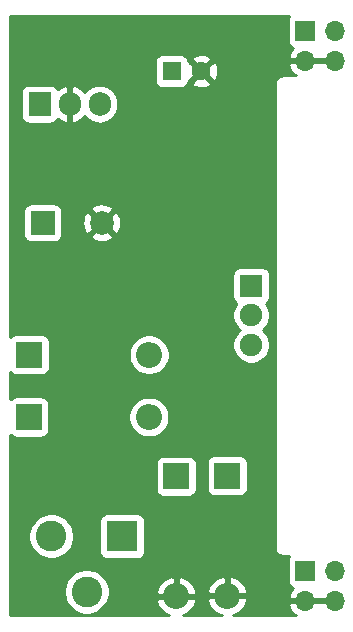
<source format=gbl>
%TF.GenerationSoftware,KiCad,Pcbnew,(5.1.10-1-10_14)*%
%TF.CreationDate,2021-10-22T00:21:01+02:00*%
%TF.ProjectId,breadboard-psu,62726561-6462-46f6-9172-642d7073752e,a*%
%TF.SameCoordinates,Original*%
%TF.FileFunction,Copper,L2,Bot*%
%TF.FilePolarity,Positive*%
%FSLAX46Y46*%
G04 Gerber Fmt 4.6, Leading zero omitted, Abs format (unit mm)*
G04 Created by KiCad (PCBNEW (5.1.10-1-10_14)) date 2021-10-22 00:21:01*
%MOMM*%
%LPD*%
G01*
G04 APERTURE LIST*
%TA.AperFunction,ComponentPad*%
%ADD10C,1.900000*%
%TD*%
%TA.AperFunction,ComponentPad*%
%ADD11R,1.900000X1.900000*%
%TD*%
%TA.AperFunction,ComponentPad*%
%ADD12R,2.000000X2.000000*%
%TD*%
%TA.AperFunction,ComponentPad*%
%ADD13C,2.000000*%
%TD*%
%TA.AperFunction,ComponentPad*%
%ADD14R,1.600000X1.600000*%
%TD*%
%TA.AperFunction,ComponentPad*%
%ADD15C,1.600000*%
%TD*%
%TA.AperFunction,ComponentPad*%
%ADD16R,2.200000X2.200000*%
%TD*%
%TA.AperFunction,ComponentPad*%
%ADD17O,2.200000X2.200000*%
%TD*%
%TA.AperFunction,ComponentPad*%
%ADD18R,2.600000X2.600000*%
%TD*%
%TA.AperFunction,ComponentPad*%
%ADD19C,2.600000*%
%TD*%
%TA.AperFunction,ComponentPad*%
%ADD20R,1.700000X1.700000*%
%TD*%
%TA.AperFunction,ComponentPad*%
%ADD21O,1.700000X1.700000*%
%TD*%
%TA.AperFunction,ComponentPad*%
%ADD22R,1.905000X2.000000*%
%TD*%
%TA.AperFunction,ComponentPad*%
%ADD23O,1.905000X2.000000*%
%TD*%
%TA.AperFunction,Conductor*%
%ADD24C,0.254000*%
%TD*%
%TA.AperFunction,Conductor*%
%ADD25C,0.100000*%
%TD*%
G04 APERTURE END LIST*
D10*
%TO.P,SW1,3*%
%TO.N,/VCC*%
X109982000Y-91995000D03*
%TO.P,SW1,2*%
%TO.N,/VOUT*%
X109982000Y-89495000D03*
D11*
%TO.P,SW1,1*%
%TO.N,Net-(SW1-Pad1)*%
X109982000Y-86995000D03*
%TD*%
D12*
%TO.P,C1,1*%
%TO.N,/VIN*%
X92329000Y-81661000D03*
D13*
%TO.P,C1,2*%
%TO.N,/GND*%
X97329000Y-81661000D03*
%TD*%
D14*
%TO.P,C2,1*%
%TO.N,/VOUT*%
X103251000Y-68834000D03*
D15*
%TO.P,C2,2*%
%TO.N,/GND*%
X105751000Y-68834000D03*
%TD*%
D16*
%TO.P,D1,1*%
%TO.N,/VIN*%
X91186000Y-92837000D03*
D17*
%TO.P,D1,2*%
%TO.N,/IN+*%
X101346000Y-92837000D03*
%TD*%
D16*
%TO.P,D2,1*%
%TO.N,/IN+*%
X107950000Y-103079001D03*
D17*
%TO.P,D2,2*%
%TO.N,/GND*%
X107950000Y-113239001D03*
%TD*%
%TO.P,D3,2*%
%TO.N,/IN-*%
X101324001Y-98109001D03*
D16*
%TO.P,D3,1*%
%TO.N,/VIN*%
X91164001Y-98109001D03*
%TD*%
D17*
%TO.P,D4,2*%
%TO.N,/GND*%
X103632000Y-113284000D03*
D16*
%TO.P,D4,1*%
%TO.N,/IN-*%
X103632000Y-103124000D03*
%TD*%
D18*
%TO.P,J1,1*%
%TO.N,/IN+*%
X99060000Y-108204000D03*
D19*
%TO.P,J1,2*%
%TO.N,/IN-*%
X93060000Y-108204000D03*
%TO.P,J1,3*%
%TO.N,Net-(J1-Pad3)*%
X96060000Y-112904000D03*
%TD*%
D20*
%TO.P,J2,1*%
%TO.N,/VCC*%
X114554000Y-111125000D03*
D21*
%TO.P,J2,2*%
X117094000Y-111125000D03*
%TO.P,J2,3*%
%TO.N,/GND*%
X114554000Y-113665000D03*
%TO.P,J2,4*%
X117094000Y-113665000D03*
%TD*%
%TO.P,J3,4*%
%TO.N,/GND*%
X117094000Y-67945000D03*
%TO.P,J3,3*%
X114554000Y-67945000D03*
%TO.P,J3,2*%
%TO.N,/VCC*%
X117094000Y-65405000D03*
D20*
%TO.P,J3,1*%
X114554000Y-65405000D03*
%TD*%
D22*
%TO.P,U1,1*%
%TO.N,/VIN*%
X92075000Y-71628000D03*
D23*
%TO.P,U1,2*%
%TO.N,/GND*%
X94615000Y-71628000D03*
%TO.P,U1,3*%
%TO.N,/VOUT*%
X97155000Y-71628000D03*
%TD*%
D24*
%TO.N,/GND*%
X113173463Y-64200506D02*
X113114498Y-64310820D01*
X113078188Y-64430518D01*
X113065928Y-64555000D01*
X113065928Y-66255000D01*
X113078188Y-66379482D01*
X113114498Y-66499180D01*
X113173463Y-66609494D01*
X113252815Y-66706185D01*
X113349506Y-66785537D01*
X113459820Y-66844502D01*
X113540466Y-66868966D01*
X113456412Y-66944731D01*
X113282359Y-67178080D01*
X113157175Y-67440901D01*
X113112524Y-67588110D01*
X113233845Y-67818000D01*
X114427000Y-67818000D01*
X114427000Y-67798000D01*
X114681000Y-67798000D01*
X114681000Y-67818000D01*
X116967000Y-67818000D01*
X116967000Y-67798000D01*
X117221000Y-67798000D01*
X117221000Y-67818000D01*
X117241000Y-67818000D01*
X117241000Y-68072000D01*
X117221000Y-68072000D01*
X117221000Y-68092000D01*
X116967000Y-68092000D01*
X116967000Y-68072000D01*
X114681000Y-68072000D01*
X114681000Y-68092000D01*
X114427000Y-68092000D01*
X114427000Y-68072000D01*
X113233845Y-68072000D01*
X113112524Y-68301890D01*
X113157175Y-68449099D01*
X113282359Y-68711920D01*
X113456412Y-68945269D01*
X113672645Y-69140178D01*
X113756285Y-69190000D01*
X112681419Y-69190000D01*
X112649000Y-69186807D01*
X112616581Y-69190000D01*
X112519617Y-69199550D01*
X112395207Y-69237290D01*
X112280550Y-69298575D01*
X112180052Y-69381052D01*
X112097575Y-69481550D01*
X112036290Y-69596207D01*
X111998550Y-69720617D01*
X111985807Y-69850000D01*
X111989001Y-69882429D01*
X111989000Y-109187581D01*
X111985807Y-109220000D01*
X111998550Y-109349383D01*
X112036290Y-109473793D01*
X112097575Y-109588450D01*
X112147422Y-109649188D01*
X112180052Y-109688948D01*
X112280550Y-109771425D01*
X112395207Y-109832710D01*
X112519617Y-109870450D01*
X112649000Y-109883193D01*
X112681419Y-109880000D01*
X113206705Y-109880000D01*
X113173463Y-109920506D01*
X113114498Y-110030820D01*
X113078188Y-110150518D01*
X113065928Y-110275000D01*
X113065928Y-111975000D01*
X113078188Y-112099482D01*
X113114498Y-112219180D01*
X113173463Y-112329494D01*
X113252815Y-112426185D01*
X113349506Y-112505537D01*
X113459820Y-112564502D01*
X113540466Y-112588966D01*
X113456412Y-112664731D01*
X113282359Y-112898080D01*
X113157175Y-113160901D01*
X113112524Y-113308110D01*
X113233845Y-113538000D01*
X114427000Y-113538000D01*
X114427000Y-113518000D01*
X114681000Y-113518000D01*
X114681000Y-113538000D01*
X116967000Y-113538000D01*
X116967000Y-113518000D01*
X117221000Y-113518000D01*
X117221000Y-113538000D01*
X117241000Y-113538000D01*
X117241000Y-113792000D01*
X117221000Y-113792000D01*
X117221000Y-113812000D01*
X116967000Y-113812000D01*
X116967000Y-113792000D01*
X114681000Y-113792000D01*
X114681000Y-113812000D01*
X114427000Y-113812000D01*
X114427000Y-113792000D01*
X113233845Y-113792000D01*
X113112524Y-114021890D01*
X113157175Y-114169099D01*
X113282359Y-114431920D01*
X113456412Y-114665269D01*
X113672645Y-114860178D01*
X113756285Y-114910000D01*
X108406044Y-114910000D01*
X108559094Y-114863576D01*
X108864329Y-114713532D01*
X109134427Y-114506823D01*
X109359008Y-114251392D01*
X109529442Y-113957055D01*
X109639179Y-113635124D01*
X109521600Y-113366001D01*
X108077000Y-113366001D01*
X108077000Y-113386001D01*
X107823000Y-113386001D01*
X107823000Y-113366001D01*
X106378400Y-113366001D01*
X106260821Y-113635124D01*
X106370558Y-113957055D01*
X106540992Y-114251392D01*
X106765573Y-114506823D01*
X107035671Y-114713532D01*
X107340906Y-114863576D01*
X107493956Y-114910000D01*
X104236396Y-114910000D01*
X104241094Y-114908575D01*
X104546329Y-114758531D01*
X104816427Y-114551822D01*
X105041008Y-114296391D01*
X105211442Y-114002054D01*
X105321179Y-113680123D01*
X105203600Y-113411000D01*
X103759000Y-113411000D01*
X103759000Y-113431000D01*
X103505000Y-113431000D01*
X103505000Y-113411000D01*
X102060400Y-113411000D01*
X101942821Y-113680123D01*
X102052558Y-114002054D01*
X102222992Y-114296391D01*
X102447573Y-114551822D01*
X102717671Y-114758531D01*
X103022906Y-114908575D01*
X103027604Y-114910000D01*
X89560000Y-114910000D01*
X89560000Y-112713419D01*
X94125000Y-112713419D01*
X94125000Y-113094581D01*
X94199361Y-113468419D01*
X94345225Y-113820566D01*
X94556987Y-114137491D01*
X94826509Y-114407013D01*
X95143434Y-114618775D01*
X95495581Y-114764639D01*
X95869419Y-114839000D01*
X96250581Y-114839000D01*
X96624419Y-114764639D01*
X96976566Y-114618775D01*
X97293491Y-114407013D01*
X97563013Y-114137491D01*
X97774775Y-113820566D01*
X97920639Y-113468419D01*
X97995000Y-113094581D01*
X97995000Y-112887877D01*
X101942821Y-112887877D01*
X102060400Y-113157000D01*
X103505000Y-113157000D01*
X103505000Y-111712875D01*
X103759000Y-111712875D01*
X103759000Y-113157000D01*
X105203600Y-113157000D01*
X105321179Y-112887877D01*
X105305841Y-112842878D01*
X106260821Y-112842878D01*
X106378400Y-113112001D01*
X107823000Y-113112001D01*
X107823000Y-111667876D01*
X108077000Y-111667876D01*
X108077000Y-113112001D01*
X109521600Y-113112001D01*
X109639179Y-112842878D01*
X109529442Y-112520947D01*
X109359008Y-112226610D01*
X109134427Y-111971179D01*
X108864329Y-111764470D01*
X108559094Y-111614426D01*
X108346122Y-111549826D01*
X108077000Y-111667876D01*
X107823000Y-111667876D01*
X107553878Y-111549826D01*
X107340906Y-111614426D01*
X107035671Y-111764470D01*
X106765573Y-111971179D01*
X106540992Y-112226610D01*
X106370558Y-112520947D01*
X106260821Y-112842878D01*
X105305841Y-112842878D01*
X105211442Y-112565946D01*
X105041008Y-112271609D01*
X104816427Y-112016178D01*
X104546329Y-111809469D01*
X104241094Y-111659425D01*
X104028122Y-111594825D01*
X103759000Y-111712875D01*
X103505000Y-111712875D01*
X103235878Y-111594825D01*
X103022906Y-111659425D01*
X102717671Y-111809469D01*
X102447573Y-112016178D01*
X102222992Y-112271609D01*
X102052558Y-112565946D01*
X101942821Y-112887877D01*
X97995000Y-112887877D01*
X97995000Y-112713419D01*
X97920639Y-112339581D01*
X97774775Y-111987434D01*
X97563013Y-111670509D01*
X97293491Y-111400987D01*
X96976566Y-111189225D01*
X96624419Y-111043361D01*
X96250581Y-110969000D01*
X95869419Y-110969000D01*
X95495581Y-111043361D01*
X95143434Y-111189225D01*
X94826509Y-111400987D01*
X94556987Y-111670509D01*
X94345225Y-111987434D01*
X94199361Y-112339581D01*
X94125000Y-112713419D01*
X89560000Y-112713419D01*
X89560000Y-108013419D01*
X91125000Y-108013419D01*
X91125000Y-108394581D01*
X91199361Y-108768419D01*
X91345225Y-109120566D01*
X91556987Y-109437491D01*
X91826509Y-109707013D01*
X92143434Y-109918775D01*
X92495581Y-110064639D01*
X92869419Y-110139000D01*
X93250581Y-110139000D01*
X93624419Y-110064639D01*
X93976566Y-109918775D01*
X94293491Y-109707013D01*
X94563013Y-109437491D01*
X94774775Y-109120566D01*
X94920639Y-108768419D01*
X94995000Y-108394581D01*
X94995000Y-108013419D01*
X94920639Y-107639581D01*
X94774775Y-107287434D01*
X94563013Y-106970509D01*
X94496504Y-106904000D01*
X97121928Y-106904000D01*
X97121928Y-109504000D01*
X97134188Y-109628482D01*
X97170498Y-109748180D01*
X97229463Y-109858494D01*
X97308815Y-109955185D01*
X97405506Y-110034537D01*
X97515820Y-110093502D01*
X97635518Y-110129812D01*
X97760000Y-110142072D01*
X100360000Y-110142072D01*
X100484482Y-110129812D01*
X100604180Y-110093502D01*
X100714494Y-110034537D01*
X100811185Y-109955185D01*
X100890537Y-109858494D01*
X100949502Y-109748180D01*
X100985812Y-109628482D01*
X100998072Y-109504000D01*
X100998072Y-106904000D01*
X100985812Y-106779518D01*
X100949502Y-106659820D01*
X100890537Y-106549506D01*
X100811185Y-106452815D01*
X100714494Y-106373463D01*
X100604180Y-106314498D01*
X100484482Y-106278188D01*
X100360000Y-106265928D01*
X97760000Y-106265928D01*
X97635518Y-106278188D01*
X97515820Y-106314498D01*
X97405506Y-106373463D01*
X97308815Y-106452815D01*
X97229463Y-106549506D01*
X97170498Y-106659820D01*
X97134188Y-106779518D01*
X97121928Y-106904000D01*
X94496504Y-106904000D01*
X94293491Y-106700987D01*
X93976566Y-106489225D01*
X93624419Y-106343361D01*
X93250581Y-106269000D01*
X92869419Y-106269000D01*
X92495581Y-106343361D01*
X92143434Y-106489225D01*
X91826509Y-106700987D01*
X91556987Y-106970509D01*
X91345225Y-107287434D01*
X91199361Y-107639581D01*
X91125000Y-108013419D01*
X89560000Y-108013419D01*
X89560000Y-102024000D01*
X101893928Y-102024000D01*
X101893928Y-104224000D01*
X101906188Y-104348482D01*
X101942498Y-104468180D01*
X102001463Y-104578494D01*
X102080815Y-104675185D01*
X102177506Y-104754537D01*
X102287820Y-104813502D01*
X102407518Y-104849812D01*
X102532000Y-104862072D01*
X104732000Y-104862072D01*
X104856482Y-104849812D01*
X104976180Y-104813502D01*
X105086494Y-104754537D01*
X105183185Y-104675185D01*
X105262537Y-104578494D01*
X105321502Y-104468180D01*
X105357812Y-104348482D01*
X105370072Y-104224000D01*
X105370072Y-102024000D01*
X105365641Y-101979001D01*
X106211928Y-101979001D01*
X106211928Y-104179001D01*
X106224188Y-104303483D01*
X106260498Y-104423181D01*
X106319463Y-104533495D01*
X106398815Y-104630186D01*
X106495506Y-104709538D01*
X106605820Y-104768503D01*
X106725518Y-104804813D01*
X106850000Y-104817073D01*
X109050000Y-104817073D01*
X109174482Y-104804813D01*
X109294180Y-104768503D01*
X109404494Y-104709538D01*
X109501185Y-104630186D01*
X109580537Y-104533495D01*
X109639502Y-104423181D01*
X109675812Y-104303483D01*
X109688072Y-104179001D01*
X109688072Y-101979001D01*
X109675812Y-101854519D01*
X109639502Y-101734821D01*
X109580537Y-101624507D01*
X109501185Y-101527816D01*
X109404494Y-101448464D01*
X109294180Y-101389499D01*
X109174482Y-101353189D01*
X109050000Y-101340929D01*
X106850000Y-101340929D01*
X106725518Y-101353189D01*
X106605820Y-101389499D01*
X106495506Y-101448464D01*
X106398815Y-101527816D01*
X106319463Y-101624507D01*
X106260498Y-101734821D01*
X106224188Y-101854519D01*
X106211928Y-101979001D01*
X105365641Y-101979001D01*
X105357812Y-101899518D01*
X105321502Y-101779820D01*
X105262537Y-101669506D01*
X105183185Y-101572815D01*
X105086494Y-101493463D01*
X104976180Y-101434498D01*
X104856482Y-101398188D01*
X104732000Y-101385928D01*
X102532000Y-101385928D01*
X102407518Y-101398188D01*
X102287820Y-101434498D01*
X102177506Y-101493463D01*
X102080815Y-101572815D01*
X102001463Y-101669506D01*
X101942498Y-101779820D01*
X101906188Y-101899518D01*
X101893928Y-102024000D01*
X89560000Y-102024000D01*
X89560000Y-99595829D01*
X89612816Y-99660186D01*
X89709507Y-99739538D01*
X89819821Y-99798503D01*
X89939519Y-99834813D01*
X90064001Y-99847073D01*
X92264001Y-99847073D01*
X92388483Y-99834813D01*
X92508181Y-99798503D01*
X92618495Y-99739538D01*
X92715186Y-99660186D01*
X92794538Y-99563495D01*
X92853503Y-99453181D01*
X92889813Y-99333483D01*
X92902073Y-99209001D01*
X92902073Y-97938118D01*
X99589001Y-97938118D01*
X99589001Y-98279884D01*
X99655676Y-98615082D01*
X99786464Y-98930832D01*
X99976338Y-99214999D01*
X100218003Y-99456664D01*
X100502170Y-99646538D01*
X100817920Y-99777326D01*
X101153118Y-99844001D01*
X101494884Y-99844001D01*
X101830082Y-99777326D01*
X102145832Y-99646538D01*
X102429999Y-99456664D01*
X102671664Y-99214999D01*
X102861538Y-98930832D01*
X102992326Y-98615082D01*
X103059001Y-98279884D01*
X103059001Y-97938118D01*
X102992326Y-97602920D01*
X102861538Y-97287170D01*
X102671664Y-97003003D01*
X102429999Y-96761338D01*
X102145832Y-96571464D01*
X101830082Y-96440676D01*
X101494884Y-96374001D01*
X101153118Y-96374001D01*
X100817920Y-96440676D01*
X100502170Y-96571464D01*
X100218003Y-96761338D01*
X99976338Y-97003003D01*
X99786464Y-97287170D01*
X99655676Y-97602920D01*
X99589001Y-97938118D01*
X92902073Y-97938118D01*
X92902073Y-97009001D01*
X92889813Y-96884519D01*
X92853503Y-96764821D01*
X92794538Y-96654507D01*
X92715186Y-96557816D01*
X92618495Y-96478464D01*
X92508181Y-96419499D01*
X92388483Y-96383189D01*
X92264001Y-96370929D01*
X90064001Y-96370929D01*
X89939519Y-96383189D01*
X89819821Y-96419499D01*
X89709507Y-96478464D01*
X89612816Y-96557816D01*
X89560000Y-96622173D01*
X89560000Y-94297022D01*
X89634815Y-94388185D01*
X89731506Y-94467537D01*
X89841820Y-94526502D01*
X89961518Y-94562812D01*
X90086000Y-94575072D01*
X92286000Y-94575072D01*
X92410482Y-94562812D01*
X92530180Y-94526502D01*
X92640494Y-94467537D01*
X92737185Y-94388185D01*
X92816537Y-94291494D01*
X92875502Y-94181180D01*
X92911812Y-94061482D01*
X92924072Y-93937000D01*
X92924072Y-92666117D01*
X99611000Y-92666117D01*
X99611000Y-93007883D01*
X99677675Y-93343081D01*
X99808463Y-93658831D01*
X99998337Y-93942998D01*
X100240002Y-94184663D01*
X100524169Y-94374537D01*
X100839919Y-94505325D01*
X101175117Y-94572000D01*
X101516883Y-94572000D01*
X101852081Y-94505325D01*
X102167831Y-94374537D01*
X102451998Y-94184663D01*
X102693663Y-93942998D01*
X102883537Y-93658831D01*
X103014325Y-93343081D01*
X103081000Y-93007883D01*
X103081000Y-92666117D01*
X103014325Y-92330919D01*
X102883537Y-92015169D01*
X102693663Y-91731002D01*
X102451998Y-91489337D01*
X102167831Y-91299463D01*
X101852081Y-91168675D01*
X101516883Y-91102000D01*
X101175117Y-91102000D01*
X100839919Y-91168675D01*
X100524169Y-91299463D01*
X100240002Y-91489337D01*
X99998337Y-91731002D01*
X99808463Y-92015169D01*
X99677675Y-92330919D01*
X99611000Y-92666117D01*
X92924072Y-92666117D01*
X92924072Y-91737000D01*
X92911812Y-91612518D01*
X92875502Y-91492820D01*
X92816537Y-91382506D01*
X92737185Y-91285815D01*
X92640494Y-91206463D01*
X92530180Y-91147498D01*
X92410482Y-91111188D01*
X92286000Y-91098928D01*
X90086000Y-91098928D01*
X89961518Y-91111188D01*
X89841820Y-91147498D01*
X89731506Y-91206463D01*
X89634815Y-91285815D01*
X89560000Y-91376978D01*
X89560000Y-86045000D01*
X108393928Y-86045000D01*
X108393928Y-87945000D01*
X108406188Y-88069482D01*
X108442498Y-88189180D01*
X108501463Y-88299494D01*
X108580815Y-88396185D01*
X108677506Y-88475537D01*
X108736021Y-88506814D01*
X108577391Y-88744221D01*
X108457911Y-89032673D01*
X108397000Y-89338891D01*
X108397000Y-89651109D01*
X108457911Y-89957327D01*
X108577391Y-90245779D01*
X108750850Y-90505379D01*
X108971621Y-90726150D01*
X108999832Y-90745000D01*
X108971621Y-90763850D01*
X108750850Y-90984621D01*
X108577391Y-91244221D01*
X108457911Y-91532673D01*
X108397000Y-91838891D01*
X108397000Y-92151109D01*
X108457911Y-92457327D01*
X108577391Y-92745779D01*
X108750850Y-93005379D01*
X108971621Y-93226150D01*
X109231221Y-93399609D01*
X109519673Y-93519089D01*
X109825891Y-93580000D01*
X110138109Y-93580000D01*
X110444327Y-93519089D01*
X110732779Y-93399609D01*
X110992379Y-93226150D01*
X111213150Y-93005379D01*
X111386609Y-92745779D01*
X111506089Y-92457327D01*
X111567000Y-92151109D01*
X111567000Y-91838891D01*
X111506089Y-91532673D01*
X111386609Y-91244221D01*
X111213150Y-90984621D01*
X110992379Y-90763850D01*
X110964168Y-90745000D01*
X110992379Y-90726150D01*
X111213150Y-90505379D01*
X111386609Y-90245779D01*
X111506089Y-89957327D01*
X111567000Y-89651109D01*
X111567000Y-89338891D01*
X111506089Y-89032673D01*
X111386609Y-88744221D01*
X111227979Y-88506814D01*
X111286494Y-88475537D01*
X111383185Y-88396185D01*
X111462537Y-88299494D01*
X111521502Y-88189180D01*
X111557812Y-88069482D01*
X111570072Y-87945000D01*
X111570072Y-86045000D01*
X111557812Y-85920518D01*
X111521502Y-85800820D01*
X111462537Y-85690506D01*
X111383185Y-85593815D01*
X111286494Y-85514463D01*
X111176180Y-85455498D01*
X111056482Y-85419188D01*
X110932000Y-85406928D01*
X109032000Y-85406928D01*
X108907518Y-85419188D01*
X108787820Y-85455498D01*
X108677506Y-85514463D01*
X108580815Y-85593815D01*
X108501463Y-85690506D01*
X108442498Y-85800820D01*
X108406188Y-85920518D01*
X108393928Y-86045000D01*
X89560000Y-86045000D01*
X89560000Y-80661000D01*
X90690928Y-80661000D01*
X90690928Y-82661000D01*
X90703188Y-82785482D01*
X90739498Y-82905180D01*
X90798463Y-83015494D01*
X90877815Y-83112185D01*
X90974506Y-83191537D01*
X91084820Y-83250502D01*
X91204518Y-83286812D01*
X91329000Y-83299072D01*
X93329000Y-83299072D01*
X93453482Y-83286812D01*
X93573180Y-83250502D01*
X93683494Y-83191537D01*
X93780185Y-83112185D01*
X93859537Y-83015494D01*
X93918502Y-82905180D01*
X93951496Y-82796413D01*
X96373192Y-82796413D01*
X96468956Y-83060814D01*
X96758571Y-83201704D01*
X97070108Y-83283384D01*
X97391595Y-83302718D01*
X97710675Y-83258961D01*
X98015088Y-83153795D01*
X98189044Y-83060814D01*
X98284808Y-82796413D01*
X97329000Y-81840605D01*
X96373192Y-82796413D01*
X93951496Y-82796413D01*
X93954812Y-82785482D01*
X93967072Y-82661000D01*
X93967072Y-81723595D01*
X95687282Y-81723595D01*
X95731039Y-82042675D01*
X95836205Y-82347088D01*
X95929186Y-82521044D01*
X96193587Y-82616808D01*
X97149395Y-81661000D01*
X97508605Y-81661000D01*
X98464413Y-82616808D01*
X98728814Y-82521044D01*
X98869704Y-82231429D01*
X98951384Y-81919892D01*
X98970718Y-81598405D01*
X98926961Y-81279325D01*
X98821795Y-80974912D01*
X98728814Y-80800956D01*
X98464413Y-80705192D01*
X97508605Y-81661000D01*
X97149395Y-81661000D01*
X96193587Y-80705192D01*
X95929186Y-80800956D01*
X95788296Y-81090571D01*
X95706616Y-81402108D01*
X95687282Y-81723595D01*
X93967072Y-81723595D01*
X93967072Y-80661000D01*
X93954812Y-80536518D01*
X93951497Y-80525587D01*
X96373192Y-80525587D01*
X97329000Y-81481395D01*
X98284808Y-80525587D01*
X98189044Y-80261186D01*
X97899429Y-80120296D01*
X97587892Y-80038616D01*
X97266405Y-80019282D01*
X96947325Y-80063039D01*
X96642912Y-80168205D01*
X96468956Y-80261186D01*
X96373192Y-80525587D01*
X93951497Y-80525587D01*
X93918502Y-80416820D01*
X93859537Y-80306506D01*
X93780185Y-80209815D01*
X93683494Y-80130463D01*
X93573180Y-80071498D01*
X93453482Y-80035188D01*
X93329000Y-80022928D01*
X91329000Y-80022928D01*
X91204518Y-80035188D01*
X91084820Y-80071498D01*
X90974506Y-80130463D01*
X90877815Y-80209815D01*
X90798463Y-80306506D01*
X90739498Y-80416820D01*
X90703188Y-80536518D01*
X90690928Y-80661000D01*
X89560000Y-80661000D01*
X89560000Y-70628000D01*
X90484428Y-70628000D01*
X90484428Y-72628000D01*
X90496688Y-72752482D01*
X90532998Y-72872180D01*
X90591963Y-72982494D01*
X90671315Y-73079185D01*
X90768006Y-73158537D01*
X90878320Y-73217502D01*
X90998018Y-73253812D01*
X91122500Y-73266072D01*
X93027500Y-73266072D01*
X93151982Y-73253812D01*
X93271680Y-73217502D01*
X93381994Y-73158537D01*
X93478685Y-73079185D01*
X93558037Y-72982494D01*
X93607059Y-72890781D01*
X93748077Y-73003969D01*
X94023906Y-73147571D01*
X94242020Y-73218563D01*
X94488000Y-73098594D01*
X94488000Y-71755000D01*
X94468000Y-71755000D01*
X94468000Y-71501000D01*
X94488000Y-71501000D01*
X94488000Y-70157406D01*
X94742000Y-70157406D01*
X94742000Y-71501000D01*
X94762000Y-71501000D01*
X94762000Y-71755000D01*
X94742000Y-71755000D01*
X94742000Y-73098594D01*
X94987980Y-73218563D01*
X95206094Y-73147571D01*
X95481923Y-73003969D01*
X95724437Y-72809315D01*
X95879837Y-72624101D01*
X96027037Y-72803463D01*
X96268766Y-73001845D01*
X96544552Y-73149255D01*
X96843797Y-73240030D01*
X97155000Y-73270681D01*
X97466204Y-73240030D01*
X97765449Y-73149255D01*
X98041235Y-73001845D01*
X98282963Y-72803463D01*
X98481345Y-72561734D01*
X98628755Y-72285948D01*
X98719530Y-71986703D01*
X98742500Y-71753485D01*
X98742500Y-71502514D01*
X98719530Y-71269296D01*
X98628755Y-70970051D01*
X98481345Y-70694265D01*
X98282963Y-70452537D01*
X98041234Y-70254155D01*
X97765448Y-70106745D01*
X97466203Y-70015970D01*
X97155000Y-69985319D01*
X96843796Y-70015970D01*
X96544551Y-70106745D01*
X96268765Y-70254155D01*
X96027037Y-70452537D01*
X95879838Y-70631900D01*
X95724437Y-70446685D01*
X95481923Y-70252031D01*
X95206094Y-70108429D01*
X94987980Y-70037437D01*
X94742000Y-70157406D01*
X94488000Y-70157406D01*
X94242020Y-70037437D01*
X94023906Y-70108429D01*
X93748077Y-70252031D01*
X93607059Y-70365219D01*
X93558037Y-70273506D01*
X93478685Y-70176815D01*
X93381994Y-70097463D01*
X93271680Y-70038498D01*
X93151982Y-70002188D01*
X93027500Y-69989928D01*
X91122500Y-69989928D01*
X90998018Y-70002188D01*
X90878320Y-70038498D01*
X90768006Y-70097463D01*
X90671315Y-70176815D01*
X90591963Y-70273506D01*
X90532998Y-70383820D01*
X90496688Y-70503518D01*
X90484428Y-70628000D01*
X89560000Y-70628000D01*
X89560000Y-68034000D01*
X101812928Y-68034000D01*
X101812928Y-69634000D01*
X101825188Y-69758482D01*
X101861498Y-69878180D01*
X101920463Y-69988494D01*
X101999815Y-70085185D01*
X102096506Y-70164537D01*
X102206820Y-70223502D01*
X102326518Y-70259812D01*
X102451000Y-70272072D01*
X104051000Y-70272072D01*
X104175482Y-70259812D01*
X104295180Y-70223502D01*
X104405494Y-70164537D01*
X104502185Y-70085185D01*
X104581537Y-69988494D01*
X104640502Y-69878180D01*
X104656117Y-69826702D01*
X104937903Y-69826702D01*
X105009486Y-70070671D01*
X105264996Y-70191571D01*
X105539184Y-70260300D01*
X105821512Y-70274217D01*
X106101130Y-70232787D01*
X106367292Y-70137603D01*
X106492514Y-70070671D01*
X106564097Y-69826702D01*
X105751000Y-69013605D01*
X104937903Y-69826702D01*
X104656117Y-69826702D01*
X104676812Y-69758482D01*
X104689072Y-69634000D01*
X104689072Y-69626785D01*
X104758298Y-69647097D01*
X105571395Y-68834000D01*
X105930605Y-68834000D01*
X106743702Y-69647097D01*
X106987671Y-69575514D01*
X107108571Y-69320004D01*
X107177300Y-69045816D01*
X107191217Y-68763488D01*
X107149787Y-68483870D01*
X107054603Y-68217708D01*
X106987671Y-68092486D01*
X106743702Y-68020903D01*
X105930605Y-68834000D01*
X105571395Y-68834000D01*
X104758298Y-68020903D01*
X104689072Y-68041215D01*
X104689072Y-68034000D01*
X104676812Y-67909518D01*
X104656118Y-67841298D01*
X104937903Y-67841298D01*
X105751000Y-68654395D01*
X106564097Y-67841298D01*
X106492514Y-67597329D01*
X106237004Y-67476429D01*
X105962816Y-67407700D01*
X105680488Y-67393783D01*
X105400870Y-67435213D01*
X105134708Y-67530397D01*
X105009486Y-67597329D01*
X104937903Y-67841298D01*
X104656118Y-67841298D01*
X104640502Y-67789820D01*
X104581537Y-67679506D01*
X104502185Y-67582815D01*
X104405494Y-67503463D01*
X104295180Y-67444498D01*
X104175482Y-67408188D01*
X104051000Y-67395928D01*
X102451000Y-67395928D01*
X102326518Y-67408188D01*
X102206820Y-67444498D01*
X102096506Y-67503463D01*
X101999815Y-67582815D01*
X101920463Y-67679506D01*
X101861498Y-67789820D01*
X101825188Y-67909518D01*
X101812928Y-68034000D01*
X89560000Y-68034000D01*
X89560000Y-64160000D01*
X113206705Y-64160000D01*
X113173463Y-64200506D01*
%TA.AperFunction,Conductor*%
D25*
G36*
X113173463Y-64200506D02*
G01*
X113114498Y-64310820D01*
X113078188Y-64430518D01*
X113065928Y-64555000D01*
X113065928Y-66255000D01*
X113078188Y-66379482D01*
X113114498Y-66499180D01*
X113173463Y-66609494D01*
X113252815Y-66706185D01*
X113349506Y-66785537D01*
X113459820Y-66844502D01*
X113540466Y-66868966D01*
X113456412Y-66944731D01*
X113282359Y-67178080D01*
X113157175Y-67440901D01*
X113112524Y-67588110D01*
X113233845Y-67818000D01*
X114427000Y-67818000D01*
X114427000Y-67798000D01*
X114681000Y-67798000D01*
X114681000Y-67818000D01*
X116967000Y-67818000D01*
X116967000Y-67798000D01*
X117221000Y-67798000D01*
X117221000Y-67818000D01*
X117241000Y-67818000D01*
X117241000Y-68072000D01*
X117221000Y-68072000D01*
X117221000Y-68092000D01*
X116967000Y-68092000D01*
X116967000Y-68072000D01*
X114681000Y-68072000D01*
X114681000Y-68092000D01*
X114427000Y-68092000D01*
X114427000Y-68072000D01*
X113233845Y-68072000D01*
X113112524Y-68301890D01*
X113157175Y-68449099D01*
X113282359Y-68711920D01*
X113456412Y-68945269D01*
X113672645Y-69140178D01*
X113756285Y-69190000D01*
X112681419Y-69190000D01*
X112649000Y-69186807D01*
X112616581Y-69190000D01*
X112519617Y-69199550D01*
X112395207Y-69237290D01*
X112280550Y-69298575D01*
X112180052Y-69381052D01*
X112097575Y-69481550D01*
X112036290Y-69596207D01*
X111998550Y-69720617D01*
X111985807Y-69850000D01*
X111989001Y-69882429D01*
X111989000Y-109187581D01*
X111985807Y-109220000D01*
X111998550Y-109349383D01*
X112036290Y-109473793D01*
X112097575Y-109588450D01*
X112147422Y-109649188D01*
X112180052Y-109688948D01*
X112280550Y-109771425D01*
X112395207Y-109832710D01*
X112519617Y-109870450D01*
X112649000Y-109883193D01*
X112681419Y-109880000D01*
X113206705Y-109880000D01*
X113173463Y-109920506D01*
X113114498Y-110030820D01*
X113078188Y-110150518D01*
X113065928Y-110275000D01*
X113065928Y-111975000D01*
X113078188Y-112099482D01*
X113114498Y-112219180D01*
X113173463Y-112329494D01*
X113252815Y-112426185D01*
X113349506Y-112505537D01*
X113459820Y-112564502D01*
X113540466Y-112588966D01*
X113456412Y-112664731D01*
X113282359Y-112898080D01*
X113157175Y-113160901D01*
X113112524Y-113308110D01*
X113233845Y-113538000D01*
X114427000Y-113538000D01*
X114427000Y-113518000D01*
X114681000Y-113518000D01*
X114681000Y-113538000D01*
X116967000Y-113538000D01*
X116967000Y-113518000D01*
X117221000Y-113518000D01*
X117221000Y-113538000D01*
X117241000Y-113538000D01*
X117241000Y-113792000D01*
X117221000Y-113792000D01*
X117221000Y-113812000D01*
X116967000Y-113812000D01*
X116967000Y-113792000D01*
X114681000Y-113792000D01*
X114681000Y-113812000D01*
X114427000Y-113812000D01*
X114427000Y-113792000D01*
X113233845Y-113792000D01*
X113112524Y-114021890D01*
X113157175Y-114169099D01*
X113282359Y-114431920D01*
X113456412Y-114665269D01*
X113672645Y-114860178D01*
X113756285Y-114910000D01*
X108406044Y-114910000D01*
X108559094Y-114863576D01*
X108864329Y-114713532D01*
X109134427Y-114506823D01*
X109359008Y-114251392D01*
X109529442Y-113957055D01*
X109639179Y-113635124D01*
X109521600Y-113366001D01*
X108077000Y-113366001D01*
X108077000Y-113386001D01*
X107823000Y-113386001D01*
X107823000Y-113366001D01*
X106378400Y-113366001D01*
X106260821Y-113635124D01*
X106370558Y-113957055D01*
X106540992Y-114251392D01*
X106765573Y-114506823D01*
X107035671Y-114713532D01*
X107340906Y-114863576D01*
X107493956Y-114910000D01*
X104236396Y-114910000D01*
X104241094Y-114908575D01*
X104546329Y-114758531D01*
X104816427Y-114551822D01*
X105041008Y-114296391D01*
X105211442Y-114002054D01*
X105321179Y-113680123D01*
X105203600Y-113411000D01*
X103759000Y-113411000D01*
X103759000Y-113431000D01*
X103505000Y-113431000D01*
X103505000Y-113411000D01*
X102060400Y-113411000D01*
X101942821Y-113680123D01*
X102052558Y-114002054D01*
X102222992Y-114296391D01*
X102447573Y-114551822D01*
X102717671Y-114758531D01*
X103022906Y-114908575D01*
X103027604Y-114910000D01*
X89560000Y-114910000D01*
X89560000Y-112713419D01*
X94125000Y-112713419D01*
X94125000Y-113094581D01*
X94199361Y-113468419D01*
X94345225Y-113820566D01*
X94556987Y-114137491D01*
X94826509Y-114407013D01*
X95143434Y-114618775D01*
X95495581Y-114764639D01*
X95869419Y-114839000D01*
X96250581Y-114839000D01*
X96624419Y-114764639D01*
X96976566Y-114618775D01*
X97293491Y-114407013D01*
X97563013Y-114137491D01*
X97774775Y-113820566D01*
X97920639Y-113468419D01*
X97995000Y-113094581D01*
X97995000Y-112887877D01*
X101942821Y-112887877D01*
X102060400Y-113157000D01*
X103505000Y-113157000D01*
X103505000Y-111712875D01*
X103759000Y-111712875D01*
X103759000Y-113157000D01*
X105203600Y-113157000D01*
X105321179Y-112887877D01*
X105305841Y-112842878D01*
X106260821Y-112842878D01*
X106378400Y-113112001D01*
X107823000Y-113112001D01*
X107823000Y-111667876D01*
X108077000Y-111667876D01*
X108077000Y-113112001D01*
X109521600Y-113112001D01*
X109639179Y-112842878D01*
X109529442Y-112520947D01*
X109359008Y-112226610D01*
X109134427Y-111971179D01*
X108864329Y-111764470D01*
X108559094Y-111614426D01*
X108346122Y-111549826D01*
X108077000Y-111667876D01*
X107823000Y-111667876D01*
X107553878Y-111549826D01*
X107340906Y-111614426D01*
X107035671Y-111764470D01*
X106765573Y-111971179D01*
X106540992Y-112226610D01*
X106370558Y-112520947D01*
X106260821Y-112842878D01*
X105305841Y-112842878D01*
X105211442Y-112565946D01*
X105041008Y-112271609D01*
X104816427Y-112016178D01*
X104546329Y-111809469D01*
X104241094Y-111659425D01*
X104028122Y-111594825D01*
X103759000Y-111712875D01*
X103505000Y-111712875D01*
X103235878Y-111594825D01*
X103022906Y-111659425D01*
X102717671Y-111809469D01*
X102447573Y-112016178D01*
X102222992Y-112271609D01*
X102052558Y-112565946D01*
X101942821Y-112887877D01*
X97995000Y-112887877D01*
X97995000Y-112713419D01*
X97920639Y-112339581D01*
X97774775Y-111987434D01*
X97563013Y-111670509D01*
X97293491Y-111400987D01*
X96976566Y-111189225D01*
X96624419Y-111043361D01*
X96250581Y-110969000D01*
X95869419Y-110969000D01*
X95495581Y-111043361D01*
X95143434Y-111189225D01*
X94826509Y-111400987D01*
X94556987Y-111670509D01*
X94345225Y-111987434D01*
X94199361Y-112339581D01*
X94125000Y-112713419D01*
X89560000Y-112713419D01*
X89560000Y-108013419D01*
X91125000Y-108013419D01*
X91125000Y-108394581D01*
X91199361Y-108768419D01*
X91345225Y-109120566D01*
X91556987Y-109437491D01*
X91826509Y-109707013D01*
X92143434Y-109918775D01*
X92495581Y-110064639D01*
X92869419Y-110139000D01*
X93250581Y-110139000D01*
X93624419Y-110064639D01*
X93976566Y-109918775D01*
X94293491Y-109707013D01*
X94563013Y-109437491D01*
X94774775Y-109120566D01*
X94920639Y-108768419D01*
X94995000Y-108394581D01*
X94995000Y-108013419D01*
X94920639Y-107639581D01*
X94774775Y-107287434D01*
X94563013Y-106970509D01*
X94496504Y-106904000D01*
X97121928Y-106904000D01*
X97121928Y-109504000D01*
X97134188Y-109628482D01*
X97170498Y-109748180D01*
X97229463Y-109858494D01*
X97308815Y-109955185D01*
X97405506Y-110034537D01*
X97515820Y-110093502D01*
X97635518Y-110129812D01*
X97760000Y-110142072D01*
X100360000Y-110142072D01*
X100484482Y-110129812D01*
X100604180Y-110093502D01*
X100714494Y-110034537D01*
X100811185Y-109955185D01*
X100890537Y-109858494D01*
X100949502Y-109748180D01*
X100985812Y-109628482D01*
X100998072Y-109504000D01*
X100998072Y-106904000D01*
X100985812Y-106779518D01*
X100949502Y-106659820D01*
X100890537Y-106549506D01*
X100811185Y-106452815D01*
X100714494Y-106373463D01*
X100604180Y-106314498D01*
X100484482Y-106278188D01*
X100360000Y-106265928D01*
X97760000Y-106265928D01*
X97635518Y-106278188D01*
X97515820Y-106314498D01*
X97405506Y-106373463D01*
X97308815Y-106452815D01*
X97229463Y-106549506D01*
X97170498Y-106659820D01*
X97134188Y-106779518D01*
X97121928Y-106904000D01*
X94496504Y-106904000D01*
X94293491Y-106700987D01*
X93976566Y-106489225D01*
X93624419Y-106343361D01*
X93250581Y-106269000D01*
X92869419Y-106269000D01*
X92495581Y-106343361D01*
X92143434Y-106489225D01*
X91826509Y-106700987D01*
X91556987Y-106970509D01*
X91345225Y-107287434D01*
X91199361Y-107639581D01*
X91125000Y-108013419D01*
X89560000Y-108013419D01*
X89560000Y-102024000D01*
X101893928Y-102024000D01*
X101893928Y-104224000D01*
X101906188Y-104348482D01*
X101942498Y-104468180D01*
X102001463Y-104578494D01*
X102080815Y-104675185D01*
X102177506Y-104754537D01*
X102287820Y-104813502D01*
X102407518Y-104849812D01*
X102532000Y-104862072D01*
X104732000Y-104862072D01*
X104856482Y-104849812D01*
X104976180Y-104813502D01*
X105086494Y-104754537D01*
X105183185Y-104675185D01*
X105262537Y-104578494D01*
X105321502Y-104468180D01*
X105357812Y-104348482D01*
X105370072Y-104224000D01*
X105370072Y-102024000D01*
X105365641Y-101979001D01*
X106211928Y-101979001D01*
X106211928Y-104179001D01*
X106224188Y-104303483D01*
X106260498Y-104423181D01*
X106319463Y-104533495D01*
X106398815Y-104630186D01*
X106495506Y-104709538D01*
X106605820Y-104768503D01*
X106725518Y-104804813D01*
X106850000Y-104817073D01*
X109050000Y-104817073D01*
X109174482Y-104804813D01*
X109294180Y-104768503D01*
X109404494Y-104709538D01*
X109501185Y-104630186D01*
X109580537Y-104533495D01*
X109639502Y-104423181D01*
X109675812Y-104303483D01*
X109688072Y-104179001D01*
X109688072Y-101979001D01*
X109675812Y-101854519D01*
X109639502Y-101734821D01*
X109580537Y-101624507D01*
X109501185Y-101527816D01*
X109404494Y-101448464D01*
X109294180Y-101389499D01*
X109174482Y-101353189D01*
X109050000Y-101340929D01*
X106850000Y-101340929D01*
X106725518Y-101353189D01*
X106605820Y-101389499D01*
X106495506Y-101448464D01*
X106398815Y-101527816D01*
X106319463Y-101624507D01*
X106260498Y-101734821D01*
X106224188Y-101854519D01*
X106211928Y-101979001D01*
X105365641Y-101979001D01*
X105357812Y-101899518D01*
X105321502Y-101779820D01*
X105262537Y-101669506D01*
X105183185Y-101572815D01*
X105086494Y-101493463D01*
X104976180Y-101434498D01*
X104856482Y-101398188D01*
X104732000Y-101385928D01*
X102532000Y-101385928D01*
X102407518Y-101398188D01*
X102287820Y-101434498D01*
X102177506Y-101493463D01*
X102080815Y-101572815D01*
X102001463Y-101669506D01*
X101942498Y-101779820D01*
X101906188Y-101899518D01*
X101893928Y-102024000D01*
X89560000Y-102024000D01*
X89560000Y-99595829D01*
X89612816Y-99660186D01*
X89709507Y-99739538D01*
X89819821Y-99798503D01*
X89939519Y-99834813D01*
X90064001Y-99847073D01*
X92264001Y-99847073D01*
X92388483Y-99834813D01*
X92508181Y-99798503D01*
X92618495Y-99739538D01*
X92715186Y-99660186D01*
X92794538Y-99563495D01*
X92853503Y-99453181D01*
X92889813Y-99333483D01*
X92902073Y-99209001D01*
X92902073Y-97938118D01*
X99589001Y-97938118D01*
X99589001Y-98279884D01*
X99655676Y-98615082D01*
X99786464Y-98930832D01*
X99976338Y-99214999D01*
X100218003Y-99456664D01*
X100502170Y-99646538D01*
X100817920Y-99777326D01*
X101153118Y-99844001D01*
X101494884Y-99844001D01*
X101830082Y-99777326D01*
X102145832Y-99646538D01*
X102429999Y-99456664D01*
X102671664Y-99214999D01*
X102861538Y-98930832D01*
X102992326Y-98615082D01*
X103059001Y-98279884D01*
X103059001Y-97938118D01*
X102992326Y-97602920D01*
X102861538Y-97287170D01*
X102671664Y-97003003D01*
X102429999Y-96761338D01*
X102145832Y-96571464D01*
X101830082Y-96440676D01*
X101494884Y-96374001D01*
X101153118Y-96374001D01*
X100817920Y-96440676D01*
X100502170Y-96571464D01*
X100218003Y-96761338D01*
X99976338Y-97003003D01*
X99786464Y-97287170D01*
X99655676Y-97602920D01*
X99589001Y-97938118D01*
X92902073Y-97938118D01*
X92902073Y-97009001D01*
X92889813Y-96884519D01*
X92853503Y-96764821D01*
X92794538Y-96654507D01*
X92715186Y-96557816D01*
X92618495Y-96478464D01*
X92508181Y-96419499D01*
X92388483Y-96383189D01*
X92264001Y-96370929D01*
X90064001Y-96370929D01*
X89939519Y-96383189D01*
X89819821Y-96419499D01*
X89709507Y-96478464D01*
X89612816Y-96557816D01*
X89560000Y-96622173D01*
X89560000Y-94297022D01*
X89634815Y-94388185D01*
X89731506Y-94467537D01*
X89841820Y-94526502D01*
X89961518Y-94562812D01*
X90086000Y-94575072D01*
X92286000Y-94575072D01*
X92410482Y-94562812D01*
X92530180Y-94526502D01*
X92640494Y-94467537D01*
X92737185Y-94388185D01*
X92816537Y-94291494D01*
X92875502Y-94181180D01*
X92911812Y-94061482D01*
X92924072Y-93937000D01*
X92924072Y-92666117D01*
X99611000Y-92666117D01*
X99611000Y-93007883D01*
X99677675Y-93343081D01*
X99808463Y-93658831D01*
X99998337Y-93942998D01*
X100240002Y-94184663D01*
X100524169Y-94374537D01*
X100839919Y-94505325D01*
X101175117Y-94572000D01*
X101516883Y-94572000D01*
X101852081Y-94505325D01*
X102167831Y-94374537D01*
X102451998Y-94184663D01*
X102693663Y-93942998D01*
X102883537Y-93658831D01*
X103014325Y-93343081D01*
X103081000Y-93007883D01*
X103081000Y-92666117D01*
X103014325Y-92330919D01*
X102883537Y-92015169D01*
X102693663Y-91731002D01*
X102451998Y-91489337D01*
X102167831Y-91299463D01*
X101852081Y-91168675D01*
X101516883Y-91102000D01*
X101175117Y-91102000D01*
X100839919Y-91168675D01*
X100524169Y-91299463D01*
X100240002Y-91489337D01*
X99998337Y-91731002D01*
X99808463Y-92015169D01*
X99677675Y-92330919D01*
X99611000Y-92666117D01*
X92924072Y-92666117D01*
X92924072Y-91737000D01*
X92911812Y-91612518D01*
X92875502Y-91492820D01*
X92816537Y-91382506D01*
X92737185Y-91285815D01*
X92640494Y-91206463D01*
X92530180Y-91147498D01*
X92410482Y-91111188D01*
X92286000Y-91098928D01*
X90086000Y-91098928D01*
X89961518Y-91111188D01*
X89841820Y-91147498D01*
X89731506Y-91206463D01*
X89634815Y-91285815D01*
X89560000Y-91376978D01*
X89560000Y-86045000D01*
X108393928Y-86045000D01*
X108393928Y-87945000D01*
X108406188Y-88069482D01*
X108442498Y-88189180D01*
X108501463Y-88299494D01*
X108580815Y-88396185D01*
X108677506Y-88475537D01*
X108736021Y-88506814D01*
X108577391Y-88744221D01*
X108457911Y-89032673D01*
X108397000Y-89338891D01*
X108397000Y-89651109D01*
X108457911Y-89957327D01*
X108577391Y-90245779D01*
X108750850Y-90505379D01*
X108971621Y-90726150D01*
X108999832Y-90745000D01*
X108971621Y-90763850D01*
X108750850Y-90984621D01*
X108577391Y-91244221D01*
X108457911Y-91532673D01*
X108397000Y-91838891D01*
X108397000Y-92151109D01*
X108457911Y-92457327D01*
X108577391Y-92745779D01*
X108750850Y-93005379D01*
X108971621Y-93226150D01*
X109231221Y-93399609D01*
X109519673Y-93519089D01*
X109825891Y-93580000D01*
X110138109Y-93580000D01*
X110444327Y-93519089D01*
X110732779Y-93399609D01*
X110992379Y-93226150D01*
X111213150Y-93005379D01*
X111386609Y-92745779D01*
X111506089Y-92457327D01*
X111567000Y-92151109D01*
X111567000Y-91838891D01*
X111506089Y-91532673D01*
X111386609Y-91244221D01*
X111213150Y-90984621D01*
X110992379Y-90763850D01*
X110964168Y-90745000D01*
X110992379Y-90726150D01*
X111213150Y-90505379D01*
X111386609Y-90245779D01*
X111506089Y-89957327D01*
X111567000Y-89651109D01*
X111567000Y-89338891D01*
X111506089Y-89032673D01*
X111386609Y-88744221D01*
X111227979Y-88506814D01*
X111286494Y-88475537D01*
X111383185Y-88396185D01*
X111462537Y-88299494D01*
X111521502Y-88189180D01*
X111557812Y-88069482D01*
X111570072Y-87945000D01*
X111570072Y-86045000D01*
X111557812Y-85920518D01*
X111521502Y-85800820D01*
X111462537Y-85690506D01*
X111383185Y-85593815D01*
X111286494Y-85514463D01*
X111176180Y-85455498D01*
X111056482Y-85419188D01*
X110932000Y-85406928D01*
X109032000Y-85406928D01*
X108907518Y-85419188D01*
X108787820Y-85455498D01*
X108677506Y-85514463D01*
X108580815Y-85593815D01*
X108501463Y-85690506D01*
X108442498Y-85800820D01*
X108406188Y-85920518D01*
X108393928Y-86045000D01*
X89560000Y-86045000D01*
X89560000Y-80661000D01*
X90690928Y-80661000D01*
X90690928Y-82661000D01*
X90703188Y-82785482D01*
X90739498Y-82905180D01*
X90798463Y-83015494D01*
X90877815Y-83112185D01*
X90974506Y-83191537D01*
X91084820Y-83250502D01*
X91204518Y-83286812D01*
X91329000Y-83299072D01*
X93329000Y-83299072D01*
X93453482Y-83286812D01*
X93573180Y-83250502D01*
X93683494Y-83191537D01*
X93780185Y-83112185D01*
X93859537Y-83015494D01*
X93918502Y-82905180D01*
X93951496Y-82796413D01*
X96373192Y-82796413D01*
X96468956Y-83060814D01*
X96758571Y-83201704D01*
X97070108Y-83283384D01*
X97391595Y-83302718D01*
X97710675Y-83258961D01*
X98015088Y-83153795D01*
X98189044Y-83060814D01*
X98284808Y-82796413D01*
X97329000Y-81840605D01*
X96373192Y-82796413D01*
X93951496Y-82796413D01*
X93954812Y-82785482D01*
X93967072Y-82661000D01*
X93967072Y-81723595D01*
X95687282Y-81723595D01*
X95731039Y-82042675D01*
X95836205Y-82347088D01*
X95929186Y-82521044D01*
X96193587Y-82616808D01*
X97149395Y-81661000D01*
X97508605Y-81661000D01*
X98464413Y-82616808D01*
X98728814Y-82521044D01*
X98869704Y-82231429D01*
X98951384Y-81919892D01*
X98970718Y-81598405D01*
X98926961Y-81279325D01*
X98821795Y-80974912D01*
X98728814Y-80800956D01*
X98464413Y-80705192D01*
X97508605Y-81661000D01*
X97149395Y-81661000D01*
X96193587Y-80705192D01*
X95929186Y-80800956D01*
X95788296Y-81090571D01*
X95706616Y-81402108D01*
X95687282Y-81723595D01*
X93967072Y-81723595D01*
X93967072Y-80661000D01*
X93954812Y-80536518D01*
X93951497Y-80525587D01*
X96373192Y-80525587D01*
X97329000Y-81481395D01*
X98284808Y-80525587D01*
X98189044Y-80261186D01*
X97899429Y-80120296D01*
X97587892Y-80038616D01*
X97266405Y-80019282D01*
X96947325Y-80063039D01*
X96642912Y-80168205D01*
X96468956Y-80261186D01*
X96373192Y-80525587D01*
X93951497Y-80525587D01*
X93918502Y-80416820D01*
X93859537Y-80306506D01*
X93780185Y-80209815D01*
X93683494Y-80130463D01*
X93573180Y-80071498D01*
X93453482Y-80035188D01*
X93329000Y-80022928D01*
X91329000Y-80022928D01*
X91204518Y-80035188D01*
X91084820Y-80071498D01*
X90974506Y-80130463D01*
X90877815Y-80209815D01*
X90798463Y-80306506D01*
X90739498Y-80416820D01*
X90703188Y-80536518D01*
X90690928Y-80661000D01*
X89560000Y-80661000D01*
X89560000Y-70628000D01*
X90484428Y-70628000D01*
X90484428Y-72628000D01*
X90496688Y-72752482D01*
X90532998Y-72872180D01*
X90591963Y-72982494D01*
X90671315Y-73079185D01*
X90768006Y-73158537D01*
X90878320Y-73217502D01*
X90998018Y-73253812D01*
X91122500Y-73266072D01*
X93027500Y-73266072D01*
X93151982Y-73253812D01*
X93271680Y-73217502D01*
X93381994Y-73158537D01*
X93478685Y-73079185D01*
X93558037Y-72982494D01*
X93607059Y-72890781D01*
X93748077Y-73003969D01*
X94023906Y-73147571D01*
X94242020Y-73218563D01*
X94488000Y-73098594D01*
X94488000Y-71755000D01*
X94468000Y-71755000D01*
X94468000Y-71501000D01*
X94488000Y-71501000D01*
X94488000Y-70157406D01*
X94742000Y-70157406D01*
X94742000Y-71501000D01*
X94762000Y-71501000D01*
X94762000Y-71755000D01*
X94742000Y-71755000D01*
X94742000Y-73098594D01*
X94987980Y-73218563D01*
X95206094Y-73147571D01*
X95481923Y-73003969D01*
X95724437Y-72809315D01*
X95879837Y-72624101D01*
X96027037Y-72803463D01*
X96268766Y-73001845D01*
X96544552Y-73149255D01*
X96843797Y-73240030D01*
X97155000Y-73270681D01*
X97466204Y-73240030D01*
X97765449Y-73149255D01*
X98041235Y-73001845D01*
X98282963Y-72803463D01*
X98481345Y-72561734D01*
X98628755Y-72285948D01*
X98719530Y-71986703D01*
X98742500Y-71753485D01*
X98742500Y-71502514D01*
X98719530Y-71269296D01*
X98628755Y-70970051D01*
X98481345Y-70694265D01*
X98282963Y-70452537D01*
X98041234Y-70254155D01*
X97765448Y-70106745D01*
X97466203Y-70015970D01*
X97155000Y-69985319D01*
X96843796Y-70015970D01*
X96544551Y-70106745D01*
X96268765Y-70254155D01*
X96027037Y-70452537D01*
X95879838Y-70631900D01*
X95724437Y-70446685D01*
X95481923Y-70252031D01*
X95206094Y-70108429D01*
X94987980Y-70037437D01*
X94742000Y-70157406D01*
X94488000Y-70157406D01*
X94242020Y-70037437D01*
X94023906Y-70108429D01*
X93748077Y-70252031D01*
X93607059Y-70365219D01*
X93558037Y-70273506D01*
X93478685Y-70176815D01*
X93381994Y-70097463D01*
X93271680Y-70038498D01*
X93151982Y-70002188D01*
X93027500Y-69989928D01*
X91122500Y-69989928D01*
X90998018Y-70002188D01*
X90878320Y-70038498D01*
X90768006Y-70097463D01*
X90671315Y-70176815D01*
X90591963Y-70273506D01*
X90532998Y-70383820D01*
X90496688Y-70503518D01*
X90484428Y-70628000D01*
X89560000Y-70628000D01*
X89560000Y-68034000D01*
X101812928Y-68034000D01*
X101812928Y-69634000D01*
X101825188Y-69758482D01*
X101861498Y-69878180D01*
X101920463Y-69988494D01*
X101999815Y-70085185D01*
X102096506Y-70164537D01*
X102206820Y-70223502D01*
X102326518Y-70259812D01*
X102451000Y-70272072D01*
X104051000Y-70272072D01*
X104175482Y-70259812D01*
X104295180Y-70223502D01*
X104405494Y-70164537D01*
X104502185Y-70085185D01*
X104581537Y-69988494D01*
X104640502Y-69878180D01*
X104656117Y-69826702D01*
X104937903Y-69826702D01*
X105009486Y-70070671D01*
X105264996Y-70191571D01*
X105539184Y-70260300D01*
X105821512Y-70274217D01*
X106101130Y-70232787D01*
X106367292Y-70137603D01*
X106492514Y-70070671D01*
X106564097Y-69826702D01*
X105751000Y-69013605D01*
X104937903Y-69826702D01*
X104656117Y-69826702D01*
X104676812Y-69758482D01*
X104689072Y-69634000D01*
X104689072Y-69626785D01*
X104758298Y-69647097D01*
X105571395Y-68834000D01*
X105930605Y-68834000D01*
X106743702Y-69647097D01*
X106987671Y-69575514D01*
X107108571Y-69320004D01*
X107177300Y-69045816D01*
X107191217Y-68763488D01*
X107149787Y-68483870D01*
X107054603Y-68217708D01*
X106987671Y-68092486D01*
X106743702Y-68020903D01*
X105930605Y-68834000D01*
X105571395Y-68834000D01*
X104758298Y-68020903D01*
X104689072Y-68041215D01*
X104689072Y-68034000D01*
X104676812Y-67909518D01*
X104656118Y-67841298D01*
X104937903Y-67841298D01*
X105751000Y-68654395D01*
X106564097Y-67841298D01*
X106492514Y-67597329D01*
X106237004Y-67476429D01*
X105962816Y-67407700D01*
X105680488Y-67393783D01*
X105400870Y-67435213D01*
X105134708Y-67530397D01*
X105009486Y-67597329D01*
X104937903Y-67841298D01*
X104656118Y-67841298D01*
X104640502Y-67789820D01*
X104581537Y-67679506D01*
X104502185Y-67582815D01*
X104405494Y-67503463D01*
X104295180Y-67444498D01*
X104175482Y-67408188D01*
X104051000Y-67395928D01*
X102451000Y-67395928D01*
X102326518Y-67408188D01*
X102206820Y-67444498D01*
X102096506Y-67503463D01*
X101999815Y-67582815D01*
X101920463Y-67679506D01*
X101861498Y-67789820D01*
X101825188Y-67909518D01*
X101812928Y-68034000D01*
X89560000Y-68034000D01*
X89560000Y-64160000D01*
X113206705Y-64160000D01*
X113173463Y-64200506D01*
G37*
%TD.AperFunction*%
%TD*%
M02*

</source>
